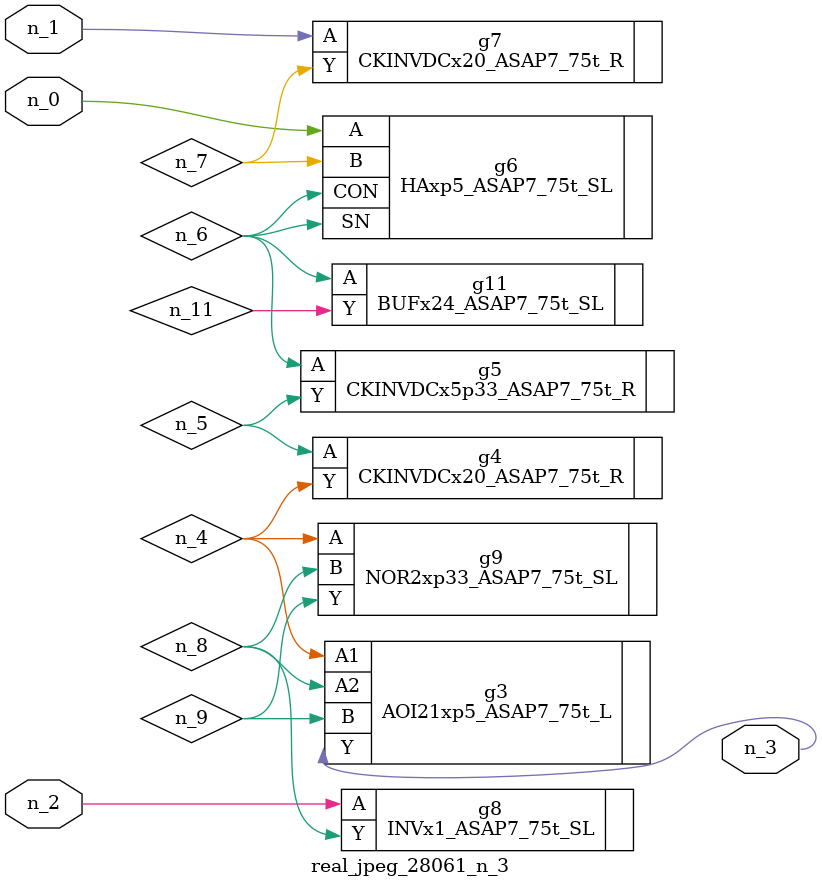
<source format=v>
module real_jpeg_28061_n_3 (n_1, n_0, n_2, n_3);

input n_1;
input n_0;
input n_2;

output n_3;

wire n_5;
wire n_4;
wire n_8;
wire n_6;
wire n_7;
wire n_9;

HAxp5_ASAP7_75t_SL g6 ( 
.A(n_0),
.B(n_7),
.CON(n_6),
.SN(n_6)
);

CKINVDCx20_ASAP7_75t_R g7 ( 
.A(n_1),
.Y(n_7)
);

INVx1_ASAP7_75t_SL g8 ( 
.A(n_2),
.Y(n_8)
);

AOI21xp5_ASAP7_75t_L g3 ( 
.A1(n_4),
.A2(n_8),
.B(n_9),
.Y(n_3)
);

NOR2xp33_ASAP7_75t_SL g9 ( 
.A(n_4),
.B(n_8),
.Y(n_9)
);

CKINVDCx20_ASAP7_75t_R g4 ( 
.A(n_5),
.Y(n_4)
);

CKINVDCx5p33_ASAP7_75t_R g5 ( 
.A(n_6),
.Y(n_5)
);

BUFx24_ASAP7_75t_SL g11 ( 
.A(n_6),
.Y(n_11)
);


endmodule
</source>
